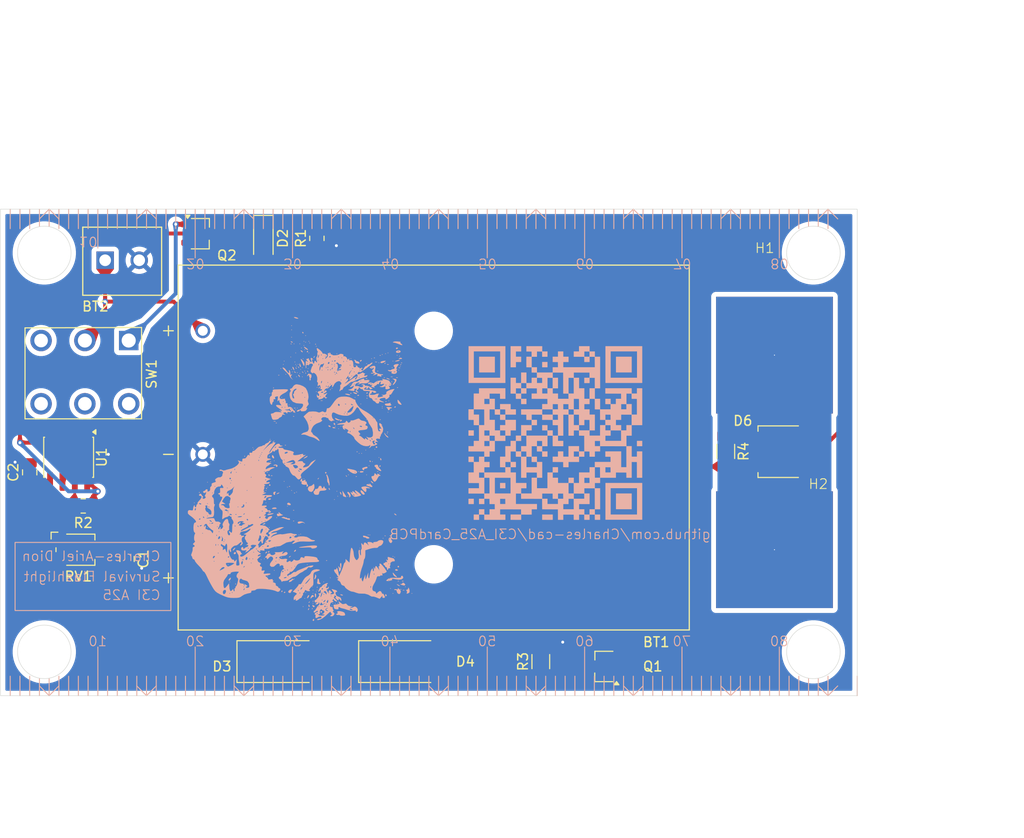
<source format=kicad_pcb>
(kicad_pcb (version 20241229) (generator "pcbnew") (generator_version "9.0")
  (layers (0 "F.Cu" signal) (2 "B.Cu" signal) (13 "F.Paste" user) (15 "B.Paste" user) (5 "F.SilkS" user "F.Silkscreen") (7 "B.SilkS" user "B.Silkscreen") (1 "F.Mask" user) (3 "B.Mask" user) (25 "Edge.Cuts" user))
  (net 0 "")
  (net 1 "-BATT")
  (net 2 "Net-(U1-THR)")
  (net 3 "Net-(U1-CV)")
  (net 4 "Net-(Q2-D)")
  (net 5 "Net-(D2-A)")
  (net 6 "VCC")
  (net 7 "Net-(D3-K)")
  (net 8 "Net-(D3-A)")
  (net 9 "Net-(D4-A)")
  (net 10 "Net-(D6-K)")
  (net 11 "Net-(Q1-D)")
  (net 12 "Net-(Q1-G)")
  (net 13 "+BATT")
  (net 19 "Net-(D6-PAD)")
  (footprint "Package_TO_SOT_SMD:TSOT-23" (layer "F.Cu") (at 124.5 59.5)
    (property "Reference" "Q2" (at 2.75 2.25 0) (layer "F.SilkS"))
    (property "Value" "SL2301S")
    (pad "1" smd roundrect (at -1.31 -0.95) (size 1.22 0.65) (layers "F.Cu" "F.Mask" "F.Paste") (net 4 "Net-(Q2-D)"))
    (pad "2" smd roundrect (at -1.31 0.95) (size 1.22 0.65) (layers "F.Cu" "F.Mask" "F.Paste") (net 5 "Net-(D2-A)"))
    (pad "3" smd roundrect (at 1.31 0) (size 1.22 0.65) (layers "F.Cu" "F.Mask" "F.Paste") (net 6 "VCC"))
  )
  (footprint "Potentiometer_SMD:Potentiometer_Bourns_TC33X_Vertical" (layer "F.Cu") (at 111.8 92)
    (property "Reference" "RV1" (at 0.2 2.75 0) (layer "F.SilkS"))
    (property "Value" "10k")
    (pad "1" smd rect (at -1.8 -1) (size 1.2 1.2) (layers "F.Cu" "F.Mask" "F.Paste") (net 9 "Net-(D4-A)"))
    (pad "2" smd rect (at 1.45 0) (size 1.5 1.6) (layers "F.Cu" "F.Mask" "F.Paste") (net 2 "Net-(U1-THR)"))
    (pad "3" smd rect (at -1.8 1) (size 1.2 1.2) (layers "F.Cu" "F.Mask" "F.Paste") (net 7 "Net-(D3-K)"))
  )
  (footprint "Resistor_SMD:R_1206_3216Metric_Pad1.30x1.75mm_HandSolder" (layer "F.Cu") (at 159.5 103.5 90)
    (property "Reference" "R3" (at 0 -1.83 90) (layer "F.SilkS"))
    (property "Value" "5k")
    (pad "1" smd roundrect (at -1.55 0 90) (size 1.3 1.75) (layers "F.Cu" "F.Mask" "F.Paste") (roundrect_rratio 0.192308) (net 12 "Net-(Q1-G)"))
    (pad "2" smd roundrect (at 1.55 0 90) (size 1.3 1.75) (layers "F.Cu" "F.Mask" "F.Paste") (roundrect_rratio 0.192308) (net 1 "-BATT"))
  )
  (footprint "Capacitor_SMD:C_0805_2012Metric" (layer "F.Cu") (at 117 92.95 -90)
    (property "Reference" "C1" (at 0 -1.68 90) (layer "F.SilkS"))
    (property "Value" "100nF")
    (pad "1" smd roundrect (at -0.95 0 270) (size 1 1.45) (layers "F.Cu" "F.Mask" "F.Paste") (net 2 "Net-(U1-THR)"))
    (pad "2" smd roundrect (at 0.95 0 270) (size 1 1.45) (layers "F.Cu" "F.Mask" "F.Paste") (net 1 "-BATT"))
  )
  (footprint "Resistor_SMD:R_0805_2012Metric_Pad1.20x1.40mm_HandSolder" (layer "F.Cu") (at 136.5 60 90)
    (property "Reference" "R1" (at 0 -1.65 90) (layer "F.SilkS"))
    (property "Value" "100k")
    (pad "1" smd roundrect (at -1 0 90) (size 1.2 1.4) (layers "F.Cu" "F.Mask" "F.Paste") (roundrect_rratio 0.208333) (net 5 "Net-(D2-A)"))
    (pad "2" smd roundrect (at 1 0 90) (size 1.2 1.4) (layers "F.Cu" "F.Mask" "F.Paste") (roundrect_rratio 0.208333) (net 1 "-BATT"))
  )
  (footprint "Package_TO_SOT_SMD:TSOT-23_HandSoldering" (layer "F.Cu") (at 166 104 180)
    (property "Reference" "Q1" (at -5 0 0) (layer "F.SilkS"))
    (property "Value" "SL2312")
    (pad "1" smd roundrect (at -1.71 -0.95 180) (size 2 0.65) (layers "F.Cu" "F.Mask" "F.Paste") (net 12 "Net-(Q1-G)"))
    (pad "2" smd roundrect (at -1.71 0.95 180) (size 2 0.65) (layers "F.Cu" "F.Mask" "F.Paste") (net 11 "Net-(Q1-D)"))
    (pad "3" smd roundrect (at 1.71 0 180) (size 2 0.65) (layers "F.Cu" "F.Mask" "F.Paste") (net 1 "-BATT"))
  )
  (footprint "CustomLib:DPDT" (layer "F.Cu") (at 117.17 70.5 -90)
    (property "Reference" "SW1" (at 3.45 -2.35 90) (layer "F.SilkS"))
    (property "Value" "SW_DPDT_x2")
    (pad "1" thru_hole rect (at 0 0 270) (size 2 2) (drill 1.45) (layers "*.Cu" "*.Mask") (net 4 "Net-(Q2-D)"))
    (pad "2" thru_hole circle (at 0 4.5 270) (size 2.2 2.2) (drill 1.45) (layers "*.Cu" "*.Mask") (net 13 "+BATT"))
    (pad "3" thru_hole circle (at 0 9 270) (size 2.2 2.2) (drill 1.4) (layers "*.Cu" "*.Mask"))
    (pad "4" thru_hole circle (at 6.5 9 270) (size 2.2 2.2) (drill 1.4) (layers "*.Cu" "*.Mask"))
    (pad "5" thru_hole circle (at 6.5 4.5 270) (size 2.2 2.2) (drill 1.4) (layers "*.Cu" "*.Mask"))
    (pad "6" thru_hole circle (at 6.5 0 270) (size 2.2 2.2) (drill 1.4) (layers "*.Cu" "*.Mask"))
  )
  (footprint "CustomLib:Heatsink" (layer "F.Cu") (at 183.65 62.45)
    (property "Reference" "H1" (at -1.15 -1.45 0) (layer "F.SilkS") (effects (font (thickness 0.1))))
    (property "Value" "~")
    (pad "1" thru_hole rect (at -0.15 9.55) (size 12 12) (drill 0.1) (layers "*.Cu" "*.Mask") (net 19 "Net-(D6-PAD)"))
  )
  (footprint "CustomLib:Heatsink" (layer "F.Cu") (at 183.65 82.45)
    (property "Reference" "H2" (at 4.35 2.8 0) (layer "F.SilkS") (effects (font (thickness 0.1))))
    (property "Value" "~")
    (pad "1" thru_hole rect (at -0.15 9.55) (size 12 12) (drill 0.1) (layers "*.Cu" "*.Mask") (net 19 "Net-(D6-PAD)"))
  )
  (footprint "Package_SO:SOIC-8_3.9x4.9mm_P1.27mm" (layer "F.Cu") (at 111 82.5 -90)
    (property "Reference" "U1" (at 0 -3.4 90) (layer "F.SilkS"))
    (property "Value" "LM555xM")
    (pad "1" smd roundrect (at -2.475 -1.905 270) (size 1.95 0.6) (layers "F.Cu" "F.Mask" "F.Paste") (net 1 "-BATT"))
    (pad "2" smd roundrect (at -2.475 -0.635 270) (size 1.95 0.6) (layers "F.Cu" "F.Mask" "F.Paste") (net 2 "Net-(U1-THR)"))
    (pad "3" smd roundrect (at -2.475 0.635 270) (size 1.95 0.6) (layers "F.Cu" "F.Mask" "F.Paste"))
    (pad "4" smd roundrect (at -2.475 1.905 270) (size 1.95 0.6) (layers "F.Cu" "F.Mask" "F.Paste") (net 6 "VCC"))
    (pad "5" smd roundrect (at 2.475 1.905 270) (size 1.95 0.6) (layers "F.Cu" "F.Mask" "F.Paste") (net 3 "Net-(U1-CV)"))
    (pad "6" smd roundrect (at 2.475 0.635 270) (size 1.95 0.6) (layers "F.Cu" "F.Mask" "F.Paste") (net 2 "Net-(U1-THR)"))
    (pad "7" smd roundrect (at 2.475 -0.635 270) (size 1.95 0.6) (layers "F.Cu" "F.Mask" "F.Paste") (net 8 "Net-(D3-A)"))
    (pad "8" smd roundrect (at 2.475 -1.905 270) (size 1.95 0.6) (layers "F.Cu" "F.Mask" "F.Paste") (net 6 "VCC"))
  )
  (footprint "Diode_SMD:D_SOD-123" (layer "F.Cu") (at 131 60 -90)
    (property "Reference" "D2" (at 0 -2 90) (layer "F.SilkS"))
    (property "Value" "6V")
    (pad "1" smd roundrect (at -1.65 0 270) (size 0.9 1.2) (layers "F.Cu" "F.Mask" "F.Paste") (net 6 "VCC"))
    (pad "2" smd roundrect (at 1.65 0 270) (size 0.9 1.2) (layers "F.Cu" "F.Mask" "F.Paste") (net 5 "Net-(D2-A)"))
  )
  (footprint "Capacitor_SMD:C_0805_2012Metric" (layer "F.Cu") (at 107 84.05 90)
    (property "Reference" "C2" (at 0 -1.68 90) (layer "F.SilkS"))
    (property "Value" "1nF")
    (pad "1" smd roundrect (at -0.95 0 90) (size 1 1.45) (layers "F.Cu" "F.Mask" "F.Paste") (net 3 "Net-(U1-CV)"))
    (pad "2" smd roundrect (at 0.95 0 90) (size 1 1.45) (layers "F.Cu" "F.Mask" "F.Paste") (net 1 "-BATT"))
  )
  (footprint "Diode_SMD:D_SMB_Handsoldering" (layer "F.Cu") (at 145.5 103.5)
    (property "Reference" "D4" (at 6.25 0 0) (layer "F.SilkS"))
    (property "Value" "S1J-AQ")
    (pad "1" smd roundrect (at -2.7 0) (size 3.5 2.3) (layers "F.Cu" "F.Mask" "F.Paste") (roundrect_rratio 0.1086956522) (net 8 "Net-(D3-A)"))
    (pad "2" smd roundrect (at 2.7 0) (size 3.5 2.3) (layers "F.Cu" "F.Mask" "F.Paste") (roundrect_rratio 0.1086956522) (net 9 "Net-(D4-A)"))
  )
  (footprint "Resistor_SMD:R_0805_2012Metric_Pad1.20x1.40mm_HandSolder" (layer "F.Cu") (at 112.5 87.5 180)
    (property "Reference" "R2" (at 0 -1.75 0) (layer "F.SilkS"))
    (property "Value" "1k")
    (pad "1" smd roundrect (at -1 0 180) (size 1.2 1.4) (layers "F.Cu" "F.Mask" "F.Paste") (roundrect_rratio 0.208333) (net 6 "VCC"))
    (pad "2" smd roundrect (at 1 0 180) (size 1.2 1.4) (layers "F.Cu" "F.Mask" "F.Paste") (roundrect_rratio 0.208333) (net 8 "Net-(D3-A)"))
  )
  (footprint "LED_SMD:LED_Cree-XHP50_3V_HighDensity" (layer "F.Cu") (at 184.46 81.925)
    (property "Reference" "D6" (at -4.21 -3.175 0) (layer "F.SilkS"))
    (property "Value" "2.85V 1.5Amax")
    (pad "1" smd rect (at -2.14 0) (size 0.5 4.78) (layers "F.Cu" "F.Mask") (net 10 "Net-(D6-K)"))
    (pad "2" smd rect (at 2.14 0) (size 0.5 4.78) (layers "F.Cu" "F.Mask") (net 6 "VCC"))
    (pad "3" smd rect (at 0 0) (size 2.78 4.78) (layers "F.Cu" "F.Mask") (net 19 "Net-(D6-PAD)"))
  )
  (footprint "CustomLib:2 pin screw connector" (layer "F.Cu") (at 116.5 62.25)
    (property "Reference" "BT2" (at -2.75 4.75 0) (layer "F.SilkS") (effects (font (size 1.000591 1.000591))))
    (property "Value" "Battery")
    (pad "1" thru_hole rect (at -1.75 0) (size 1.8 1.8) (drill 1.2) (layers "*.Cu" "*.Mask") (net 13 "+BATT"))
    (pad "2" thru_hole circle (at 1.75 0) (size 1.8 1.8) (drill 1.2) (layers "*.Cu" "*.Mask") (net 1 "-BATT"))
  )
  (footprint "Resistor_SMD:R_1206_3216Metric_Pad1.30x1.75mm_HandSolder" (layer "F.Cu") (at 178.5 81.9 -90)
    (property "Reference" "R4" (at 0 -1.83 90) (layer "F.SilkS"))
    (property "Value" "1.6")
    (pad "1" smd roundrect (at -1.55 0 270) (size 1.3 1.75) (layers "F.Cu" "F.Mask" "F.Paste") (roundrect_rratio 0.192308) (net 10 "Net-(D6-K)"))
    (pad "2" smd roundrect (at 1.55 0 270) (size 1.3 1.75) (layers "F.Cu" "F.Mask" "F.Paste") (roundrect_rratio 0.192308) (net 11 "Net-(Q1-D)"))
  )
  (footprint "CustomLib:BAT_2479" (layer "F.Cu") (at 148.5 81.5 180)
    (property "Reference" "BT1" (at -22.86 -20 0) (layer "F.SilkS"))
    (property "Value" "Battery Holder")
    (pad "" np_thru_hole circle (at 0 -12 180) (size 3.45 3.45) (drill 3.45) (layers "*.Cu" "*.Mask"))
    (pad "" np_thru_hole circle (at 0 12 180) (size 3.45 3.45) (drill 3.45) (layers "*.Cu" "*.Mask"))
    (pad "1" thru_hole circle (at 23.72 12 180) (size 1.53 1.53) (drill 1.02) (layers "*.Cu" "*.Mask") (net 13 "+BATT"))
    (pad "2" thru_hole circle (at 23.72 -0.7 180) (size 1.53 1.53) (drill 1.02) (layers "*.Cu" "*.Mask") (net 1 "-BATT"))
  )
  (footprint "Diode_SMD:D_SMB_Handsoldering" (layer "F.Cu") (at 133 103.5)
    (property "Reference" "D3" (at -6.25 0.5 0) (layer "F.SilkS"))
    (property "Value" "S1J-AQ")
    (pad "1" smd roundrect (at -2.7 0) (size 3.5 2.3) (layers "F.Cu" "F.Mask" "F.Paste") (roundrect_rratio 0.1086956522) (net 7 "Net-(D3-K)"))
    (pad "2" smd roundrect (at 2.7 0) (size 3.5 2.3) (layers "F.Cu" "F.Mask" "F.Paste") (roundrect_rratio 0.1086956522) (net 8 "Net-(D3-A)"))
  )
  (footprint "LOGO" (layer "B.Cu") (at 135 83.75 180)
    (property "Reference" "G***" (hide yes))
    (property "Value" "LOGO" (hide yes))
  )
  (footprint "LOGO" (layer "B.Cu") (at 161 80 180)
    (property "Reference" "G***" (hide yes))
    (property "Value" "LOGO" (hide yes))
  )
  (gr_rect (start 177.75 78) (end 189.25 86) (stroke (width 0.2)) (fill yes) (layer "B.Cu") (net 19))
  (gr_line (start 148 57) (end 148 59) (stroke (width 0.1)) (layer "B.SilkS"))
  (gr_line (start 165 107) (end 165 105) (stroke (width 0.1)) (layer "B.SilkS"))
  (gr_line (start 159 107) (end 158 106) (stroke (width 0.1)) (layer "B.SilkS"))
  (gr_line (start 132 57) (end 132 59) (stroke (width 0.1)) (layer "B.SilkS"))
  (gr_line (start 151 107) (end 151 105) (stroke (width 0.1)) (layer "B.SilkS"))
  (gr_line (start 179 107) (end 179 105) (stroke (width 0.1)) (layer "B.SilkS"))
  (gr_line (start 162 107) (end 162 105) (stroke (width 0.1)) (layer "B.SilkS"))
  (gr_line (start 171 57) (end 171 59) (stroke (width 0.1)) (layer "B.SilkS"))
  (gr_line (start 181 107) (end 181 105) (stroke (width 0.1)) (layer "B.SilkS"))
  (gr_line (start 117 57) (end 117 59) (stroke (width 0.1)) (layer "B.SilkS"))
  (gr_line (start 156 107) (end 156 105) (stroke (width 0.1)) (layer "B.SilkS"))
  (gr_line (start 169 107) (end 169 105) (stroke (width 0.1)) (layer "B.SilkS"))
  (gr_line (start 184 107) (end 184 102) (stroke (width 0.1)) (layer "B.SilkS"))
  (gr_line (start 190 58) (end 189 57) (stroke (width 0.1)) (layer "B.SilkS"))
  (gr_line (start 111 57) (end 111 59) (stroke (width 0.1)) (layer "B.SilkS"))
  (gr_line (start 179 57) (end 178 58) (stroke (width 0.1)) (layer "B.SilkS"))
  (gr_line (start 173 57) (end 173 59) (stroke (width 0.1)) (layer "B.SilkS"))
  (gr_line (start 114 107) (end 114 102) (stroke (width 0.1)) (layer "B.SilkS"))
  (gr_line (start 109 57) (end 109 58.75) (stroke (width 0.1)) (layer "B.SilkS"))
  (gr_line (start 149 57) (end 148 58) (stroke (width 0.1)) (layer "B.SilkS"))
  (gr_line (start 127 107) (end 127 105) (stroke (width 0.1)) (layer "B.SilkS"))
  (gr_line (start 135 107) (end 135 105) (stroke (width 0.1)) (layer "B.SilkS"))
  (gr_line (start 129 57) (end 129 59) (stroke (width 0.1)) (layer "B.SilkS"))
  (gr_line (start 127 57) (end 127 59) (stroke (width 0.1)) (layer "B.SilkS"))
  (gr_line (start 179 107) (end 178 106) (stroke (width 0.1)) (layer "B.SilkS"))
  (gr_line (start 142 107) (end 142 105) (stroke (width 0.1)) (layer "B.SilkS"))
  (gr_line (start 168 57) (end 168 59) (stroke (width 0.1)) (layer "B.SilkS"))
  (gr_line (start 108 57) (end 108 58.75) (stroke (width 0.1)) (layer "B.SilkS"))
  (gr_line (start 119 57) (end 119 59) (stroke (width 0.1)) (layer "B.SilkS"))
  (gr_line (start 181 57) (end 181 59) (stroke (width 0.1)) (layer "B.SilkS"))
  (gr_line (start 172 57) (end 172 59) (stroke (width 0.1)) (layer "B.SilkS"))
  (gr_line (start 108 107) (end 108 105.25) (stroke (width 0.1)) (layer "B.SilkS"))
  (gr_line (start 144 107) (end 144 102) (stroke (width 0.1)) (layer "B.SilkS"))
  (gr_line (start 119 57) (end 118 58) (stroke (width 0.1)) (layer "B.SilkS"))
  (gr_line (start 134 57) (end 134 62) (stroke (width 0.1)) (layer "B.SilkS"))
  (gr_line (start 142 57) (end 142 59) (stroke (width 0.1)) (layer "B.SilkS"))
  (gr_line (start 172 107) (end 172 105) (stroke (width 0.1)) (layer "B.SilkS"))
  (gr_line (start 147 57) (end 147 59) (stroke (width 0.1)) (layer "B.SilkS"))
  (gr_line (start 164 107) (end 164 102) (stroke (width 0.1)) (layer "B.SilkS"))
  (gr_line (start 119 107) (end 120 106) (stroke (width 0.1)) (layer "B.SilkS"))
  (gr_line (start 171 107) (end 171 105) (stroke (width 0.1)) (layer "B.SilkS"))
  (gr_line (start 189 107) (end 188 106) (stroke (width 0.1)) (layer "B.SilkS"))
  (gr_line (start 131 107) (end 131 105) (stroke (width 0.1)) (layer "B.SilkS"))
  (gr_line (start 167 57) (end 167 59) (stroke (width 0.1)) (layer "B.SilkS"))
  (gr_line (start 124 57) (end 124 62) (stroke (width 0.1)) (layer "B.SilkS"))
  (gr_line (start 123 107) (end 123 105) (stroke (width 0.1)) (layer "B.SilkS"))
  (gr_line (start 175 107) (end 175 105) (stroke (width 0.1)) (layer "B.SilkS"))
  (gr_line (start 122 57) (end 122 59) (stroke (width 0.1)) (layer "B.SilkS"))
  (gr_line (start 177 57) (end 177 59) (stroke (width 0.1)) (layer "B.SilkS"))
  (gr_line (start 144 57) (end 144 62) (stroke (width 0.1)) (layer "B.SilkS"))
  (gr_line (start 109 57) (end 110 58) (stroke (width 0.1)) (layer "B.SilkS"))
  (gr_line (start 138 57) (end 138 59) (stroke (width 0.1)) (layer "B.SilkS"))
  (gr_line (start 141 107) (end 141 105) (stroke (width 0.1)) (layer "B.SilkS"))
  (gr_line (start 129 107) (end 130 106) (stroke (width 0.1)) (layer "B.SilkS"))
  (gr_line (start 182 57) (end 182 59) (stroke (width 0.1)) (layer "B.SilkS"))
  (gr_line (start 169 57) (end 169 59) (stroke (width 0.1)) (layer "B.SilkS"))
  (gr_line (start 118 57) (end 118 59) (stroke (width 0.1)) (layer "B.SilkS"))
  (gr_line (start 183 107) (end 183 105) (stroke (width 0.1)) (layer "B.SilkS"))
  (gr_line (start 159 57) (end 160 58) (stroke (width 0.1)) (layer "B.SilkS"))
  (gr_line (start 130 57) (end 130 59) (stroke (width 0.1)) (layer "B.SilkS"))
  (gr_line (start 122 107) (end 122 105) (stroke (width 0.1)) (layer "B.SilkS"))
  (gr_line (start 160 107) (end 160 105) (stroke (width 0.1)) (layer "B.SilkS"))
  (gr_line (start 110 57) (end 110 59) (stroke (width 0.1)) (layer "B.SilkS"))
  (gr_line (start 115 57) (end 115 59) (stroke (width 0.1)) (layer "B.SilkS"))
  (gr_line (start 161 107) (end 161 105) (stroke (width 0.1)) (layer "B.SilkS"))
  (gr_line (start 151 57) (end 151 59) (stroke (width 0.1)) (layer "B.SilkS"))
  (gr_line (start 115 107) (end 115 105) (stroke (width 0.1)) (layer "B.SilkS"))
  (gr_line (start 169 107) (end 170 106) (stroke (width 0.1)) (layer "B.SilkS"))
  (gr_line (start 129 107) (end 129 105) (stroke (width 0.1)) (layer "B.SilkS"))
  (gr_line (start 169 57) (end 168 58) (stroke (width 0.1)) (layer "B.SilkS"))
  (gr_line (start 139 57) (end 139 59) (stroke (width 0.1)) (layer "B.SilkS"))
  (gr_line (start 125 107) (end 125 105) (stroke (width 0.1)) (layer "B.SilkS"))
  (gr_line (start 188 107) (end 188 105.25) (stroke (width 0.1)) (layer "B.SilkS"))
  (gr_line (start 176 57) (end 176 59) (stroke (width 0.1)) (layer "B.SilkS"))
  (gr_line (start 109 57) (end 108 58) (stroke (width 0.1)) (layer "B.SilkS"))
  (gr_line (start 112 57) (end 112 59) (stroke (width 0.1)) (layer "B.SilkS"))
  (gr_line (start 165 57) (end 165 59) (stroke (width 0.1)) (layer "B.SilkS"))
  (gr_line (start 188 58.75) (end 188 57) (stroke (width 0.1)) (layer "B.SilkS"))
  (gr_line (start 119 107) (end 119 105) (stroke (width 0.1)) (layer "B.SilkS"))
  (gr_line (start 106 107) (end 106 105) (stroke (width 0.1)) (layer "B.SilkS"))
  (gr_line (start 111 107) (end 111 105) (stroke (width 0.1)) (layer "B.SilkS"))
  (gr_line (start 169 107) (end 168 106) (stroke (width 0.1)) (layer "B.SilkS"))
  (gr_line (start 123 57) (end 123 59) (stroke (width 0.1)) (layer "B.SilkS"))
  (gr_line (start 138 107) (end 138 105) (stroke (width 0.1)) (layer "B.SilkS"))
  (gr_line (start 116 107) (end 116 105) (stroke (width 0.1)) (layer "B.SilkS"))
  (gr_line (start 133 107) (end 133 105) (stroke (width 0.1)) (layer "B.SilkS"))
  (gr_line (start 152 107) (end 152 105) (stroke (width 0.1)) (layer "B.SilkS"))
  (gr_line (start 167 107) (end 167 105) (stroke (width 0.1)) (layer "B.SilkS"))
  (gr_line (start 110 107) (end 110 105) (stroke (width 0.1)) (layer "B.SilkS"))
  (gr_line (start 120 57) (end 120 59) (stroke (width 0.1)) (layer "B.SilkS"))
  (gr_line (start 109 107) (end 110 106) (stroke (width 0.1)) (layer "B.SilkS"))
  (gr_line (start 177 107) (end 177 105) (stroke (width 0.1)) (layer "B.SilkS"))
  (gr_line (start 185 59) (end 185 57) (stroke (width 0.1)) (layer "B.SilkS"))
  (gr_line (start 129 57) (end 130 58) (stroke (width 0.1)) (layer "B.SilkS"))
  (gr_line (start 186 107) (end 186 105) (stroke (width 0.1)) (layer "B.SilkS"))
  (gr_line (start 157 107) (end 157 105) (stroke (width 0.1)) (layer "B.SilkS"))
  (gr_line (start 128 107) (end 128 105) (stroke (width 0.1)) (layer "B.SilkS"))
  (gr_line (start 129 57) (end 128 58) (stroke (width 0.1)) (layer "B.SilkS"))
  (gr_line (start 189 57) (end 188 58) (stroke (width 0.1)) (layer "B.SilkS"))
  (gr_line (start 186 59) (end 186 57) (stroke (width 0.1)) (layer "B.SilkS"))
  (gr_line (start 169 57) (end 170 58) (stroke (width 0.1)) (layer "B.SilkS"))
  (gr_line (start 107 107) (end 107 105) (stroke (width 0.1)) (layer "B.SilkS"))
  (gr_line (start 139 107) (end 139 105) (stroke (width 0.1)) (layer "B.SilkS"))
  (gr_line (start 146 107) (end 146 105) (stroke (width 0.1)) (layer "B.SilkS"))
  (gr_line (start 158 107) (end 158 105) (stroke (width 0.1)) (layer "B.SilkS"))
  (gr_line (start 163 57) (end 163 59) (stroke (width 0.1)) (layer "B.SilkS"))
  (gr_line (start 126 107) (end 126 105) (stroke (width 0.1)) (layer "B.SilkS"))
  (gr_line (start 135 57) (end 135 59) (stroke (width 0.1)) (layer "B.SilkS"))
  (gr_line (start 161 57) (end 161 59) (stroke (width 0.1)) (layer "B.SilkS"))
  (gr_line (start 187 107) (end 187 105.25) (stroke (width 0.1)) (layer "B.SilkS"))
  (gr_line (start 150 57) (end 150 59) (stroke (width 0.1)) (layer "B.SilkS"))
  (gr_line (start 149 57) (end 149 59) (stroke (width 0.1)) (layer "B.SilkS"))
  (gr_line (start 124 107) (end 124 102) (stroke (width 0.1)) (layer "B.SilkS"))
  (gr_line (start 180 57) (end 180 59) (stroke (width 0.1)) (layer "B.SilkS"))
  (gr_line (start 139 107) (end 140 106) (stroke (width 0.1)) (layer "B.SilkS"))
  (gr_line (start 163 107) (end 163 105) (stroke (width 0.1)) (layer "B.SilkS"))
  (gr_line (start 176 107) (end 176 105) (stroke (width 0.1)) (layer "B.SilkS"))
  (gr_line (start 178 107) (end 178 105) (stroke (width 0.1)) (layer "B.SilkS"))
  (gr_line (start 140 57) (end 140 59) (stroke (width 0.1)) (layer "B.SilkS"))
  (gr_line (start 126 57) (end 126 59) (stroke (width 0.1)) (layer "B.SilkS"))
  (gr_line (start 160 57) (end 160 59) (stroke (width 0.1)) (layer "B.SilkS"))
  (gr_line (start 179 57) (end 179 59) (stroke (width 0.1)) (layer "B.SilkS"))
  (gr_line (start 117 107) (end 117 105) (stroke (width 0.1)) (layer "B.SilkS"))
  (gr_line (start 139 57) (end 140 58) (stroke (width 0.1)) (layer "B.SilkS"))
  (gr_line (start 149 107) (end 148 106) (stroke (width 0.1)) (layer "B.SilkS"))
  (gr_line (start 129 107) (end 128 106) (stroke (width 0.1)) (layer "B.SilkS"))
  (gr_line (start 178 57) (end 178 59) (stroke (width 0.1)) (layer "B.SilkS"))
  (gr_line (start 183 57) (end 183 59) (stroke (width 0.1)) (layer "B.SilkS"))
  (gr_line (start 192 107) (end 192 105) (stroke (width 0.1)) (layer "B.SilkS"))
  (gr_line (start 159 57) (end 159 59) (stroke (width 0.1)) (layer "B.SilkS"))
  (gr_rect (start 105.5 91.25) (end 121.5 98.25) (stroke (width 0.1)) (fill no) (layer "B.SilkS"))
  (gr_line (start 166 107) (end 166 105) (stroke (width 0.1)) (layer "B.SilkS"))
  (gr_line (start 174 57) (end 174 62) (stroke (width 0.1)) (layer "B.SilkS"))
  (gr_line (start 120 107) (end 120 105) (stroke (width 0.1)) (layer "B.SilkS"))
  (gr_line (start 149 107) (end 149 105) (stroke (width 0.1)) (layer "B.SilkS"))
  (gr_line (start 189 107) (end 189 105) (stroke (width 0.1)) (layer "B.SilkS"))
  (gr_line (start 162 57) (end 162 59) (stroke (width 0.1)) (layer "B.SilkS"))
  (gr_line (start 125 57) (end 125 59) (stroke (width 0.1)) (layer "B.SilkS"))
  (gr_line (start 106 57) (end 106 59) (stroke (width 0.1)) (layer "B.SilkS"))
  (gr_line (start 159 57) (end 158 58) (stroke (width 0.1)) (layer "B.SilkS"))
  (gr_line (start 139 57) (end 138 58) (stroke (width 0.1)) (layer "B.SilkS"))
  (gr_line (start 173 107) (end 173 105) (stroke (width 0.1)) (layer "B.SilkS"))
  (gr_line (start 152 57) (end 152 59) (stroke (width 0.1)) (layer "B.SilkS"))
  (gr_line (start 159 107) (end 160 106) (stroke (width 0.1)) (layer "B.SilkS"))
  (gr_line (start 119 107) (end 118 106) (stroke (width 0.1)) (layer "B.SilkS"))
  (gr_line (start 184 57) (end 184 62) (stroke (width 0.1)) (layer "B.SilkS"))
  (gr_line (start 132 107) (end 132 105) (stroke (width 0.1)) (layer "B.SilkS"))
  (gr_line (start 145 57) (end 145 59) (stroke (width 0.1)) (layer "B.SilkS"))
  (gr_line (start 131 57) (end 131 59) (stroke (width 0.1)) (layer "B.SilkS"))
  (gr_line (start 105 107) (end 105 105) (stroke (width 0.1)) (layer "B.SilkS"))
  (gr_line (start 136 57) (end 136 59) (stroke (width 0.1)) (layer "B.SilkS"))
  (gr_line (start 140 107) (end 140 105) (stroke (width 0.1)) (layer "B.SilkS"))
  (gr_line (start 159 107) (end 159 105) (stroke (width 0.1)) (layer "B.SilkS"))
  (gr_line (start 116 57) (end 116 59) (stroke (width 0.1)) (layer "B.SilkS"))
  (gr_line (start 182 107) (end 182 105) (stroke (width 0.1)) (layer "B.SilkS"))
  (gr_line (start 189 59) (end 189 57) (stroke (width 0.1)) (layer "B.SilkS"))
  (gr_line (start 175 57) (end 175 59) (stroke (width 0.1)) (layer "B.SilkS"))
  (gr_line (start 158 57) (end 158 59) (stroke (width 0.1)) (layer "B.SilkS"))
  (gr_line (start 114 57) (end 114 61) (stroke (width 0.1)) (layer "B.SilkS"))
  (gr_line (start 146 57) (end 146 59) (stroke (width 0.1)) (layer "B.SilkS"))
  (gr_line (start 189 107) (end 190 106) (stroke (width 0.1)) (layer "B.SilkS"))
  (gr_line (start 145 107) (end 145 105) (stroke (width 0.1)) (layer "B.SilkS"))
  (gr_line (start 185 107) (end 185 105) (stroke (width 0.1)) (layer "B.SilkS"))
  (gr_line (start 139 107) (end 138 106) (stroke (width 0.1)) (layer "B.SilkS"))
  (gr_line (start 166 57) (end 166 59) (stroke (width 0.1)) (layer "B.SilkS"))
  (gr_line (start 121 107) (end 121 105) (stroke (width 0.1)) (layer "B.SilkS"))
  (gr_line (start 105 57) (end 105 59) (stroke (width 0.1)) (layer "B.SilkS"))
  (gr_line (start 130 107) (end 130 105) (stroke (width 0.1)) (layer "B.SilkS"))
  (gr_line (start 174 107) (end 174 102) (stroke (width 0.1)) (layer "B.SilkS"))
  (gr_line (start 113 107) (end 113 105) (stroke (width 0.1)) (layer "B.SilkS"))
  (gr_line (start 148 107) (end 148 105) (stroke (width 0.1)) (layer "B.SilkS"))
  (gr_line (start 170 57) (end 170 59) (stroke (width 0.1)) (layer "B.SilkS"))
  (gr_line (start 143 57) (end 143 59) (stroke (width 0.1)) (layer "B.SilkS"))
  (gr_line (start 134 107) (end 134 102) (stroke (width 0.1)) (layer "B.SilkS"))
  (gr_line (start 113 57) (end 113 59) (stroke (width 0.1)) (layer "B.SilkS"))
  (gr_line (start 149 57) (end 150 58) (stroke (width 0.1)) (layer "B.SilkS"))
  (gr_line (start 136 107) (end 136 105) (stroke (width 0.1)) (layer "B.SilkS"))
  (gr_line (start 179 107) (end 180 106) (stroke (width 0.1)) (layer "B.SilkS"))
  (gr_line (start 180 107) (end 180 105) (stroke (width 0.1)) (layer "B.SilkS"))
  (gr_line (start 157 57) (end 157 59) (stroke (width 0.1)) (layer "B.SilkS"))
  (gr_line (start 137 107) (end 137 105) (stroke (width 0.1)) (layer "B.SilkS"))
  (gr_line (start 137 57) (end 137 59) (stroke (width 0.1)) (layer "B.SilkS"))
  (gr_line (start 109 107) (end 108 106) (stroke (width 0.1)) (layer "B.SilkS"))
  (gr_line (start 179 57) (end 180 58) (stroke (width 0.1)) (layer "B.SilkS"))
  (gr_line (start 133 57) (end 133 59) (stroke (width 0.1)) (layer "B.SilkS"))
  (gr_line (start 153 57) (end 153 59) (stroke (width 0.1)) (layer "B.SilkS"))
  (gr_line (start 150 107) (end 150 105) (stroke (width 0.1)) (layer "B.SilkS"))
  (gr_line (start 143 107) (end 143 105) (stroke (width 0.1)) (layer "B.SilkS"))
  (gr_line (start 112 107) (end 112 105) (stroke (width 0.1)) (layer "B.SilkS"))
  (gr_line (start 109 107) (end 109 105.25) (stroke (width 0.1)) (layer "B.SilkS"))
  (gr_line (start 156 57) (end 156 59) (stroke (width 0.1)) (layer "B.SilkS"))
  (gr_line (start 155 107) (end 155 105) (stroke (width 0.1)) (layer "B.SilkS"))
  (gr_line (start 141 57) (end 141 59) (stroke (width 0.1)) (layer "B.SilkS"))
  (gr_line (start 170 107) (end 170 105) (stroke (width 0.1)) (layer "B.SilkS"))
  (gr_line (start 164 57) (end 164 62) (stroke (width 0.1)) (layer "B.SilkS"))
  (gr_line (start 149 107) (end 150 106) (stroke (width 0.1)) (layer "B.SilkS"))
  (gr_line (start 107 57) (end 107 59) (stroke (width 0.1)) (layer "B.SilkS"))
  (gr_line (start 119 57) (end 120 58) (stroke (width 0.1)) (layer "B.SilkS"))
  (gr_line (start 147 107) (end 147 105) (stroke (width 0.1)) (layer "B.SilkS"))
  (gr_line (start 118 107) (end 118 105) (stroke (width 0.1)) (layer "B.SilkS"))
  (gr_line (start 121 57) (end 121 59) (stroke (width 0.1)) (layer "B.SilkS"))
  (gr_line (start 154 57) (end 154 62) (stroke (width 0.1)) (layer "B.SilkS"))
  (gr_line (start 128 57) (end 128 59) (stroke (width 0.1)) (layer "B.SilkS"))
  (gr_line (start 187 58.75) (end 187 57) (stroke (width 0.1)) (layer "B.SilkS"))
  (gr_line (start 153 107) (end 153 105) (stroke (width 0.1)) (layer "B.SilkS"))
  (gr_line (start 155 57) (end 155 59) (stroke (width 0.1)) (layer "B.SilkS"))
  (gr_line (start 154 107) (end 154 102) (stroke (width 0.1)) (layer "B.SilkS"))
  (gr_line (start 168 107) (end 168 105) (stroke (width 0.1)) (layer "B.SilkS"))
  (gr_circle (center 187.5 102.5) (end 190.25 102.5) (stroke (width 0.05)) (fill no) (layer "Edge.Cuts"))
  (gr_circle (center 108.5 61.5) (end 111.25 61.5) (stroke (width 0.05)) (fill no) (layer "Edge.Cuts"))
  (gr_rect (start 104 57) (end 192 107) (stroke (width 0.05)) (fill no) (layer "Edge.Cuts"))
  (gr_circle (center 108.5 102.5) (end 111.25 102.5) (stroke (width 0.05)) (fill no) (layer "Edge.Cuts"))
  (gr_circle (center 187.5 61.5) (end 190.25 61.5) (stroke (width 0.05)) (fill no) (layer "Edge.Cuts"))
  (gr_text "40" (at 145 102 0) (layer "B.SilkS") (effects (font (size 1 1) (thickness 0.1)) (justify left bottom mirror)))
  (gr_text "70" (at 173 62 180) (layer "B.SilkS") (effects (font (size 1 1) (thickness 0.1)) (justify left bottom mirror)))
  (gr_text "10" (at 112 59.75 180) (layer "B.SilkS") (effects (font (size 1 1) (thickness 0.1)) (justify left bottom mirror)))
  (gr_text "Charles-Ariel Dion" (at 120.5 93.25 0) (layer "B.SilkS") (effects (font (size 1 1) (thickness 0.1)) (justify left bottom mirror)))
  (gr_text "10" (at 115 102 0) (layer "B.SilkS") (effects (font (size 1 1) (thickness 0.1)) (justify left bottom mirror)))
  (gr_text "20" (at 123 62 180) (layer "B.SilkS") (effects (font (size 1 1) (thickness 0.1)) (justify left bottom mirror)))
  (gr_text "Survival Flashlight" (at 120.5 95.35 0) (layer "B.SilkS") (effects (font (size 1 1) (thickness 0.1)) (justify left bottom mirror)))
  (gr_text "30" (at 135 102 0) (layer "B.SilkS") (effects (font (size 1 1) (thickness 0.1)) (justify left bottom mirror)))
  (gr_text "80" (at 185 102 0) (layer "B.SilkS") (effects (font (size 1 1) (thickness 0.1)) (justify left bottom mirror)))
  (gr_text "80" (at 183 62 180) (layer "B.SilkS") (effects (font (size 1 1) (thickness 0.1)) (justify left bottom mirror)))
  (gr_text "30" (at 133 62 180) (layer "B.SilkS") (effects (font (size 1 1) (thickness 0.1)) (justify left bottom mirror)))
  (gr_text "50" (at 153 62 180) (layer "B.SilkS") (effects (font (size 1 1) (thickness 0.1)) (justify left bottom mirror)))
  (gr_text "70" (at 175 102 0) (layer "B.SilkS") (effects (font (size 1 1) (thickness 0.1)) (justify left bottom mirror)))
  (gr_text "60" (at 163 62 180) (layer "B.SilkS") (effects (font (size 1 1) (thickness 0.1)) (justify left bottom mirror)))
  (gr_text "50" (at 155 102 0) (layer "B.SilkS") (effects (font (size 1 1) (thickness 0.1)) (justify left bottom mirror)))
  (gr_text "C3I A25" (at 120.5 97.25 0) (layer "B.SilkS") (effects (font (size 1 1) (thickness 0.1)) (justify left bottom mirror)))
  (gr_text "20" (at 125 102 0) (layer "B.SilkS") (effects (font (size 1 1) (thickness 0.1)) (justify left bottom mirror)))
  (gr_text "60" (at 165 102 0) (layer "B.SilkS") (effects (font (size 1 1) (thickness 0.1)) (justify left bottom mirror)))
  (gr_text "github.com/Charles-cad/C3I_A25_CardPCB" (at 177 91 0) (layer "B.SilkS") (effects (font (size 1 1) (thickness 0.1)) (justify left bottom mirror)))
  (gr_text "40" (at 143 62 180) (layer "B.SilkS") (effects (font (size 1 1) (thickness 0.1)) (justify left bottom mirror)))
  (segment (start 161.75 101.5) (end 159.95 101.5) (width 0.2) (layer "F.Cu") (net 1))
  (segment (start 161.79 101.5) (end 161.75 101.5) (width 0.2) (layer "F.Cu") (net 1))
  (segment (start 106.9 83) (end 107 83.1) (width 0.2) (layer "F.Cu") (net 1))
  (segment (start 105.5 83) (end 106.9 83) (width 0.2) (layer "F.Cu") (net 1))
  (segment (start 112.905 80.025) (end 115.08 82.2) (width 0.2) (layer "F.Cu") (net 1))
  (segment (start 164.29 104) (end 161.79 101.5) (width 0.2) (layer "F.Cu") (net 1))
  (segment (start 118.5 93.9) (end 117 93.9) (width 0.2) (layer "F.Cu") (net 1))
  (segment (start 159.95 101.5) (end 159.5 101.95) (width 0.2) (layer "F.Cu") (net 1))
  (segment (start 136.5 59) (end 136.75 59) (width 0.2) (layer "F.Cu") (net 1))
  (segment (start 136.75 59) (end 138.5 60.75) (width 0.2) (layer "F.Cu") (net 1))
  (segment (start 164.29 104) (end 164.25 104) (width 0.2) (layer "F.Cu") (net 1))
  (via (at 138.5 60.75) (size 0.6) (drill 0.3) (layers "F.Cu" "B.Cu") (net 1))
  (via (at 118.5 93.9) (size 0.6) (drill 0.3) (layers "F.Cu" "B.Cu") (net 1))
  (via (at 115.08 82.2) (size 0.6) (drill 0.3) (layers "F.Cu" "B.Cu") (net 1))
  (via (at 105.5 83) (size 0.6) (drill 0.3) (layers "F.Cu" "B.Cu") (net 1))
  (via (at 161.75 101.5) (size 0.6) (drill 0.3) (layers "F.Cu" "B.Cu") (net 1))
  (segment (start 117 86) (end 114.699 83.699) (width 0.2) (layer "F.Cu") (net 2))
  (segment (start 117 92) (end 117 86) (width 0.2) (layer "F.Cu") (net 2))
  (segment (start 117 92) (end 113.25 92) (width 0.2) (layer "F.Cu") (net 2))
  (segment (start 110.365 84.628032) (end 110.365 84.975) (width 0.2) (layer "F.Cu") (net 2))
  (segment (start 111.635 80.025) (end 111.635 80.999999) (width 0.2) (layer "F.Cu") (net 2))
  (segment (start 111.635 80.999999) (end 110.365 82.269999) (width 0.2) (layer "F.Cu") (net 2))
  (segment (start 110.365 82.269999) (end 110.365 84.975) (width 0.2) (layer "F.Cu") (net 2))
  (segment (start 111.294032 83.699) (end 110.365 84.628032) (width 0.2) (layer "F.Cu") (net 2))
  (segment (start 114.699 83.699) (end 111.294032 83.699) (width 0.2) (layer "F.Cu") (net 2))
  (segment (start 109.07 85) (end 109.095 84.975) (width 0.2) (layer "F.Cu") (net 3))
  (segment (start 107 85) (end 109.07 85) (width 0.2) (layer "F.Cu") (net 3))
  (segment (start 123.19 58.55) (end 122 58.55) (width 0.4) (layer "F.Cu") (net 4))
  (via (at 122 58.55) (size 0.6) (drill 0.3) (layers "F.Cu" "B.Cu") (net 4))
  (segment (start 122 65.67) (end 117.17 70.5) (width 0.4) (layer "B.Cu") (net 4))
  (segment (start 122 58.55) (end 122 65.67) (width 0.4) (layer "B.Cu") (net 4))
  (segment (start 123.19 60.45) (end 129.8 60.45) (width 0.2) (layer "F.Cu") (net 5))
  (segment (start 129.8 60.45) (end 131 61.65) (width 0.2) (layer "F.Cu") (net 5))
  (segment (start 135.85 61.65) (end 136.5 61) (width 0.2) (layer "F.Cu") (net 5))
  (segment (start 131 61.65) (end 135.85 61.65) (width 0.2) (layer "F.Cu") (net 5))
  (segment (start 125.81 59.5) (end 129.85 59.5) (width 0.4) (layer "F.Cu") (net 6))
  (segment (start 112.905 84.628032) (end 112.905 84.975) (width 0.4) (layer "F.Cu") (net 6))
  (segment (start 129.85 59.5) (end 131 58.35) (width 0.4) (layer "F.Cu") (net 6))
  (segment (start 109.095 80.025) (end 109.095 80.818032) (width 0.4) (layer "F.Cu") (net 6))
  (segment (start 106 81) (end 106 68.880452) (width 0.4) (layer "F.Cu") (net 6))
  (segment (start 131.6 57.75) (end 131 58.35) (width 0.4) (layer "F.Cu") (net 6))
  (segment (start 112.5 59.75) (end 112.75 59.5) (width 0.4) (layer "F.Cu") (net 6))
  (segment (start 113.5 87.5) (end 113.5 86.5) (width 0.4) (layer "F.Cu") (net 6))
  (segment (start 109.095 80.025) (end 108.12 81) (width 0.4) (layer "F.Cu") (net 6))
  (segment (start 113.5 86.5) (end 114 86) (width 0.4) (layer "F.Cu") (net 6))
  (segment (start 112.975 84.975) (end 114 86) (width 0.4) (layer "F.Cu") (net 6))
  (segment (start 191 66) (end 190 65) (width 0.4) (layer "F.Cu") (net 6))
  (segment (start 190 65) (end 152.899 65) (width 0.4) (layer "F.Cu") (net 6))
  (segment (start 112.5 62.380452) (end 112.5 59.75) (width 0.4) (layer "F.Cu") (net 6))
  (segment (start 152.899 65) (end 145.649 57.75) (width 0.4) (layer "F.Cu") (net 6))
  (segment (start 112.905 84.975) (end 112.975 84.975) (width 0.4) (layer "F.Cu") (net 6))
  (segment (start 145.649 57.75) (end 131.6 57.75) (width 0.4) (layer "F.Cu") (net 6))
  (segment (start 106 68.880452) (end 112.5 62.380452) (width 0.4) (layer "F.Cu") (net 6))
  (segment (start 108.12 81) (end 106 81) (width 0.4) (layer "F.Cu") (net 6))
  (segment (start 112.75 59.5) (end 125.81 59.5) (width 0.4) (layer "F.Cu") (net 6))
  (segment (start 186.6 81.925) (end 188.075 81.925) (width 0.4) (layer "F.Cu") (net 6))
  (segment (start 188.075 81.925) (end 191 79) (width 0.4) (layer "F.Cu") (net 6))
  (segment (start 191 79) (end 191 66) (width 0.4) (layer "F.Cu") (net 6))
  (via (at 106 81) (size 0.6) (drill 0.3) (layers "F.Cu" "B.Cu") (net 6))
  (via (at 114 86) (size 0.6) (drill 0.3) (layers "F.Cu" "B.Cu") (net 6))
  (segment (start 106 81) (end 111 86) (width 0.4) (layer "B.Cu") (net 6))
  (segment (start 111 86) (end 114 86) (width 0.4) (layer "B.Cu") (net 6))
  (segment (start 120.5 103.5) (end 110 93) (width 0.2) (layer "F.Cu") (net 7))
  (segment (start 130.3 103.5) (end 120.5 103.5) (width 0.2) (layer "F.Cu") (net 7))
  (segment (start 135.7 103.5) (end 134.249 104.951) (width 0.2) (layer "F.Cu") (net 8))
  (segment (start 108 93.5) (end 108 90.5) (width 0.2) (layer "F.Cu") (net 8))
  (segment (start 111.635 84.975) (end 111.635 87.365) (width 0.2) (layer "F.Cu") (net 8))
  (segment (start 135.7 103.5) (end 142.8 103.5) (width 0.2) (layer "F.Cu") (net 8))
  (segment (start 111.635 87.365) (end 111.5 87.5) (width 0.2) (layer "F.Cu") (net 8))
  (segment (start 111 87.5) (end 111.5 87.5) (width 0.2) (layer "F.Cu") (net 8))
  (segment (start 119.451 104.951) (end 108 93.5) (width 0.2) (layer "F.Cu") (net 8))
  (segment (start 108 90.5) (end 111 87.5) (width 0.2) (layer "F.Cu") (net 8))
  (segment (start 134.249 104.951) (end 119.451 104.951) (width 0.2) (layer "F.Cu") (net 8))
  (segment (start 146.2 101.5) (end 120.5 101.5) (width 0.2) (layer "F.Cu") (net 9))
  (segment (start 120.5 101.5) (end 110 91) (width 0.2) (layer "F.Cu") (net 9))
  (segment (start 148.2 103.5) (end 146.2 101.5) (width 0.2) (layer "F.Cu") (net 9))
  (segment (start 180.745 80.35) (end 182.32 81.925) (width 0.2) (layer "F.Cu") (net 10))
  (segment (start 178.5 80.35) (end 180.745 80.35) (width 0.2) (layer "F.Cu") (net 10))
  (segment (start 173.05 83.45) (end 178.5 83.45) (width 0.2) (layer "F.Cu") (net 11))
  (segment (start 167.71 88.79) (end 173.05 83.45) (width 0.2) (layer "F.Cu") (net 11))
  (segment (start 167.71 103.05) (end 167.71 88.79) (width 0.2) (layer "F.Cu") (net 11))
  (segment (start 167.61 105.05) (end 167.71 104.95) (width 0.2) (layer "F.Cu") (net 12))
  (segment (start 159.5 105.05) (end 167.61 105.05) (width 0.2) (layer "F.Cu") (net 12))
  (segment (start 114.75 68.42) (end 112.67 70.5) (width 0.4) (layer "F.Cu") (net 13))
  (segment (start 114.75 66.5) (end 121.78 66.5) (width 0.4) (layer "F.Cu") (net 13))
  (segment (start 114.75 62.25) (end 114.75 66.5) (width 0.4) (layer "F.Cu") (net 13))
  (segment (start 114.75 62.25) (end 114.75 68.42) (width 0.4) (layer "F.Cu") (net 13))
  (segment (start 121.78 66.5) (end 124.78 69.5) (width 0.4) (layer "F.Cu") (net 13))
  (via (at 114.75 66.5) (size 0.6) (drill 0.3) (layers "F.Cu" "B.Cu") (net 13))
  (segment (start 184.46 72.96) (end 183.5 72) (width 2.8) (layer "F.Cu") (net 19))
  (segment (start 184.46 81.925) (end 184.46 91.04) (width 2.8) (layer "F.Cu") (net 19))
  (segment (start 184.46 81.925) (end 184.46 72.96) (width 2.8) (layer "F.Cu") (net 19))
  (segment (start 184.46 91.04) (end 183.5 92) (width 2.8) (layer "F.Cu") (net 19))
  (zone (net 1) (net_name "-BATT") (layer "B.Cu") (connect_pads (clearance 0.5)) (min_thickness 0.25) (fill yes (thermal_gap 0.5) (thermal_bridge_width 0.5))
    (polygon (pts (xy 104 57) (xy 192 57) (xy 192 107) (xy 104 107)))
  )
)
</source>
